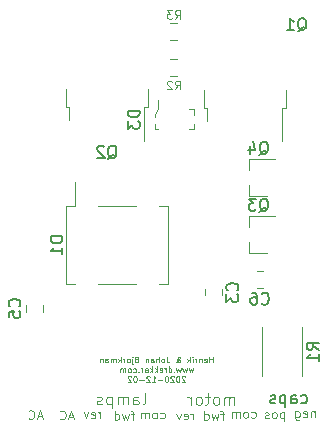
<source format=gbr>
G04 #@! TF.GenerationSoftware,KiCad,Pcbnew,5.1.5+dfsg1-2build2*
G04 #@! TF.CreationDate,2021-04-05T13:49:58+02:00*
G04 #@! TF.ProjectId,transistor_board,7472616e-7369-4737-946f-725f626f6172,rev?*
G04 #@! TF.SameCoordinates,Original*
G04 #@! TF.FileFunction,Legend,Bot*
G04 #@! TF.FilePolarity,Positive*
%FSLAX46Y46*%
G04 Gerber Fmt 4.6, Leading zero omitted, Abs format (unit mm)*
G04 Created by KiCad (PCBNEW 5.1.5+dfsg1-2build2) date 2021-04-05 13:49:58*
%MOMM*%
%LPD*%
G04 APERTURE LIST*
%ADD10C,0.150000*%
%ADD11C,0.100000*%
%ADD12C,0.070000*%
%ADD13C,0.120000*%
G04 APERTURE END LIST*
D10*
X136861428Y-130804761D02*
X136956666Y-130852380D01*
X137147142Y-130852380D01*
X137242380Y-130804761D01*
X137290000Y-130757142D01*
X137337619Y-130661904D01*
X137337619Y-130376190D01*
X137290000Y-130280952D01*
X137242380Y-130233333D01*
X137147142Y-130185714D01*
X136956666Y-130185714D01*
X136861428Y-130233333D01*
X136004285Y-130852380D02*
X136004285Y-130328571D01*
X136051904Y-130233333D01*
X136147142Y-130185714D01*
X136337619Y-130185714D01*
X136432857Y-130233333D01*
X136004285Y-130804761D02*
X136099523Y-130852380D01*
X136337619Y-130852380D01*
X136432857Y-130804761D01*
X136480476Y-130709523D01*
X136480476Y-130614285D01*
X136432857Y-130519047D01*
X136337619Y-130471428D01*
X136099523Y-130471428D01*
X136004285Y-130423809D01*
X135528095Y-130185714D02*
X135528095Y-131185714D01*
X135528095Y-130233333D02*
X135432857Y-130185714D01*
X135242380Y-130185714D01*
X135147142Y-130233333D01*
X135099523Y-130280952D01*
X135051904Y-130376190D01*
X135051904Y-130661904D01*
X135099523Y-130757142D01*
X135147142Y-130804761D01*
X135242380Y-130852380D01*
X135432857Y-130852380D01*
X135528095Y-130804761D01*
X134670952Y-130804761D02*
X134575714Y-130852380D01*
X134385238Y-130852380D01*
X134290000Y-130804761D01*
X134242380Y-130709523D01*
X134242380Y-130661904D01*
X134290000Y-130566666D01*
X134385238Y-130519047D01*
X134528095Y-130519047D01*
X134623333Y-130471428D01*
X134670952Y-130376190D01*
X134670952Y-130328571D01*
X134623333Y-130233333D01*
X134528095Y-130185714D01*
X134385238Y-130185714D01*
X134290000Y-130233333D01*
D11*
X131208571Y-130982380D02*
X131208571Y-130315714D01*
X131208571Y-130410952D02*
X131160952Y-130363333D01*
X131065714Y-130315714D01*
X130922857Y-130315714D01*
X130827619Y-130363333D01*
X130780000Y-130458571D01*
X130780000Y-130982380D01*
X130780000Y-130458571D02*
X130732380Y-130363333D01*
X130637142Y-130315714D01*
X130494285Y-130315714D01*
X130399047Y-130363333D01*
X130351428Y-130458571D01*
X130351428Y-130982380D01*
X129732380Y-130982380D02*
X129827619Y-130934761D01*
X129875238Y-130887142D01*
X129922857Y-130791904D01*
X129922857Y-130506190D01*
X129875238Y-130410952D01*
X129827619Y-130363333D01*
X129732380Y-130315714D01*
X129589523Y-130315714D01*
X129494285Y-130363333D01*
X129446666Y-130410952D01*
X129399047Y-130506190D01*
X129399047Y-130791904D01*
X129446666Y-130887142D01*
X129494285Y-130934761D01*
X129589523Y-130982380D01*
X129732380Y-130982380D01*
X129113333Y-130315714D02*
X128732380Y-130315714D01*
X128970476Y-129982380D02*
X128970476Y-130839523D01*
X128922857Y-130934761D01*
X128827619Y-130982380D01*
X128732380Y-130982380D01*
X128256190Y-130982380D02*
X128351428Y-130934761D01*
X128399047Y-130887142D01*
X128446666Y-130791904D01*
X128446666Y-130506190D01*
X128399047Y-130410952D01*
X128351428Y-130363333D01*
X128256190Y-130315714D01*
X128113333Y-130315714D01*
X128018095Y-130363333D01*
X127970476Y-130410952D01*
X127922857Y-130506190D01*
X127922857Y-130791904D01*
X127970476Y-130887142D01*
X128018095Y-130934761D01*
X128113333Y-130982380D01*
X128256190Y-130982380D01*
X127494285Y-130982380D02*
X127494285Y-130315714D01*
X127494285Y-130506190D02*
X127446666Y-130410952D01*
X127399047Y-130363333D01*
X127303809Y-130315714D01*
X127208571Y-130315714D01*
X122715000Y-131749285D02*
X122429285Y-131749285D01*
X122607857Y-132249285D02*
X122607857Y-131606428D01*
X122572142Y-131535000D01*
X122500714Y-131499285D01*
X122429285Y-131499285D01*
X122250714Y-131749285D02*
X122107857Y-132249285D01*
X121965000Y-131892142D01*
X121822142Y-132249285D01*
X121679285Y-131749285D01*
X121072142Y-132249285D02*
X121072142Y-131499285D01*
X121072142Y-132213571D02*
X121143571Y-132249285D01*
X121286428Y-132249285D01*
X121357857Y-132213571D01*
X121393571Y-132177857D01*
X121429285Y-132106428D01*
X121429285Y-131892142D01*
X121393571Y-131820714D01*
X121357857Y-131785000D01*
X121286428Y-131749285D01*
X121143571Y-131749285D01*
X121072142Y-131785000D01*
X119850714Y-132119285D02*
X119850714Y-131619285D01*
X119850714Y-131762142D02*
X119815000Y-131690714D01*
X119779285Y-131655000D01*
X119707857Y-131619285D01*
X119636428Y-131619285D01*
X119100714Y-132083571D02*
X119172142Y-132119285D01*
X119315000Y-132119285D01*
X119386428Y-132083571D01*
X119422142Y-132012142D01*
X119422142Y-131726428D01*
X119386428Y-131655000D01*
X119315000Y-131619285D01*
X119172142Y-131619285D01*
X119100714Y-131655000D01*
X119065000Y-131726428D01*
X119065000Y-131797857D01*
X119422142Y-131869285D01*
X118815000Y-131619285D02*
X118636428Y-132119285D01*
X118457857Y-131619285D01*
X123457142Y-130962380D02*
X123552380Y-130914761D01*
X123600000Y-130819523D01*
X123600000Y-129962380D01*
X122647619Y-130962380D02*
X122647619Y-130438571D01*
X122695238Y-130343333D01*
X122790476Y-130295714D01*
X122980952Y-130295714D01*
X123076190Y-130343333D01*
X122647619Y-130914761D02*
X122742857Y-130962380D01*
X122980952Y-130962380D01*
X123076190Y-130914761D01*
X123123809Y-130819523D01*
X123123809Y-130724285D01*
X123076190Y-130629047D01*
X122980952Y-130581428D01*
X122742857Y-130581428D01*
X122647619Y-130533809D01*
X122171428Y-130962380D02*
X122171428Y-130295714D01*
X122171428Y-130390952D02*
X122123809Y-130343333D01*
X122028571Y-130295714D01*
X121885714Y-130295714D01*
X121790476Y-130343333D01*
X121742857Y-130438571D01*
X121742857Y-130962380D01*
X121742857Y-130438571D02*
X121695238Y-130343333D01*
X121600000Y-130295714D01*
X121457142Y-130295714D01*
X121361904Y-130343333D01*
X121314285Y-130438571D01*
X121314285Y-130962380D01*
X120838095Y-130295714D02*
X120838095Y-131295714D01*
X120838095Y-130343333D02*
X120742857Y-130295714D01*
X120552380Y-130295714D01*
X120457142Y-130343333D01*
X120409523Y-130390952D01*
X120361904Y-130486190D01*
X120361904Y-130771904D01*
X120409523Y-130867142D01*
X120457142Y-130914761D01*
X120552380Y-130962380D01*
X120742857Y-130962380D01*
X120838095Y-130914761D01*
X119980952Y-130914761D02*
X119885714Y-130962380D01*
X119695238Y-130962380D01*
X119600000Y-130914761D01*
X119552380Y-130819523D01*
X119552380Y-130771904D01*
X119600000Y-130676666D01*
X119695238Y-130629047D01*
X119838095Y-130629047D01*
X119933333Y-130581428D01*
X119980952Y-130486190D01*
X119980952Y-130438571D01*
X119933333Y-130343333D01*
X119838095Y-130295714D01*
X119695238Y-130295714D01*
X119600000Y-130343333D01*
X117553571Y-132015000D02*
X117196428Y-132015000D01*
X117625000Y-132229285D02*
X117375000Y-131479285D01*
X117125000Y-132229285D01*
X116446428Y-132157857D02*
X116482142Y-132193571D01*
X116589285Y-132229285D01*
X116660714Y-132229285D01*
X116767857Y-132193571D01*
X116839285Y-132122142D01*
X116875000Y-132050714D01*
X116910714Y-131907857D01*
X116910714Y-131800714D01*
X116875000Y-131657857D01*
X116839285Y-131586428D01*
X116767857Y-131515000D01*
X116660714Y-131479285D01*
X116589285Y-131479285D01*
X116482142Y-131515000D01*
X116446428Y-131550714D01*
X127690714Y-132229285D02*
X127690714Y-131729285D01*
X127690714Y-131872142D02*
X127655000Y-131800714D01*
X127619285Y-131765000D01*
X127547857Y-131729285D01*
X127476428Y-131729285D01*
X126940714Y-132193571D02*
X127012142Y-132229285D01*
X127155000Y-132229285D01*
X127226428Y-132193571D01*
X127262142Y-132122142D01*
X127262142Y-131836428D01*
X127226428Y-131765000D01*
X127155000Y-131729285D01*
X127012142Y-131729285D01*
X126940714Y-131765000D01*
X126905000Y-131836428D01*
X126905000Y-131907857D01*
X127262142Y-131979285D01*
X126655000Y-131729285D02*
X126476428Y-132229285D01*
X126297857Y-131729285D01*
X130305000Y-131749285D02*
X130019285Y-131749285D01*
X130197857Y-132249285D02*
X130197857Y-131606428D01*
X130162142Y-131535000D01*
X130090714Y-131499285D01*
X130019285Y-131499285D01*
X129840714Y-131749285D02*
X129697857Y-132249285D01*
X129555000Y-131892142D01*
X129412142Y-132249285D01*
X129269285Y-131749285D01*
X128662142Y-132249285D02*
X128662142Y-131499285D01*
X128662142Y-132213571D02*
X128733571Y-132249285D01*
X128876428Y-132249285D01*
X128947857Y-132213571D01*
X128983571Y-132177857D01*
X129019285Y-132106428D01*
X129019285Y-131892142D01*
X128983571Y-131820714D01*
X128947857Y-131785000D01*
X128876428Y-131749285D01*
X128733571Y-131749285D01*
X128662142Y-131785000D01*
X132640714Y-132043571D02*
X132712142Y-132079285D01*
X132855000Y-132079285D01*
X132926428Y-132043571D01*
X132962142Y-132007857D01*
X132997857Y-131936428D01*
X132997857Y-131722142D01*
X132962142Y-131650714D01*
X132926428Y-131615000D01*
X132855000Y-131579285D01*
X132712142Y-131579285D01*
X132640714Y-131615000D01*
X132212142Y-132079285D02*
X132283571Y-132043571D01*
X132319285Y-132007857D01*
X132355000Y-131936428D01*
X132355000Y-131722142D01*
X132319285Y-131650714D01*
X132283571Y-131615000D01*
X132212142Y-131579285D01*
X132105000Y-131579285D01*
X132033571Y-131615000D01*
X131997857Y-131650714D01*
X131962142Y-131722142D01*
X131962142Y-131936428D01*
X131997857Y-132007857D01*
X132033571Y-132043571D01*
X132105000Y-132079285D01*
X132212142Y-132079285D01*
X131640714Y-132079285D02*
X131640714Y-131579285D01*
X131640714Y-131650714D02*
X131605000Y-131615000D01*
X131533571Y-131579285D01*
X131426428Y-131579285D01*
X131355000Y-131615000D01*
X131319285Y-131686428D01*
X131319285Y-132079285D01*
X131319285Y-131686428D02*
X131283571Y-131615000D01*
X131212142Y-131579285D01*
X131105000Y-131579285D01*
X131033571Y-131615000D01*
X130997857Y-131686428D01*
X130997857Y-132079285D01*
X135423571Y-131619285D02*
X135423571Y-132369285D01*
X135423571Y-131655000D02*
X135352142Y-131619285D01*
X135209285Y-131619285D01*
X135137857Y-131655000D01*
X135102142Y-131690714D01*
X135066428Y-131762142D01*
X135066428Y-131976428D01*
X135102142Y-132047857D01*
X135137857Y-132083571D01*
X135209285Y-132119285D01*
X135352142Y-132119285D01*
X135423571Y-132083571D01*
X134637857Y-132119285D02*
X134709285Y-132083571D01*
X134745000Y-132047857D01*
X134780714Y-131976428D01*
X134780714Y-131762142D01*
X134745000Y-131690714D01*
X134709285Y-131655000D01*
X134637857Y-131619285D01*
X134530714Y-131619285D01*
X134459285Y-131655000D01*
X134423571Y-131690714D01*
X134387857Y-131762142D01*
X134387857Y-131976428D01*
X134423571Y-132047857D01*
X134459285Y-132083571D01*
X134530714Y-132119285D01*
X134637857Y-132119285D01*
X134102142Y-132083571D02*
X134030714Y-132119285D01*
X133887857Y-132119285D01*
X133816428Y-132083571D01*
X133780714Y-132012142D01*
X133780714Y-131976428D01*
X133816428Y-131905000D01*
X133887857Y-131869285D01*
X133995000Y-131869285D01*
X134066428Y-131833571D01*
X134102142Y-131762142D01*
X134102142Y-131726428D01*
X134066428Y-131655000D01*
X133995000Y-131619285D01*
X133887857Y-131619285D01*
X133816428Y-131655000D01*
X138011428Y-131539285D02*
X138011428Y-132039285D01*
X138011428Y-131610714D02*
X137975714Y-131575000D01*
X137904285Y-131539285D01*
X137797142Y-131539285D01*
X137725714Y-131575000D01*
X137690000Y-131646428D01*
X137690000Y-132039285D01*
X137047142Y-132003571D02*
X137118571Y-132039285D01*
X137261428Y-132039285D01*
X137332857Y-132003571D01*
X137368571Y-131932142D01*
X137368571Y-131646428D01*
X137332857Y-131575000D01*
X137261428Y-131539285D01*
X137118571Y-131539285D01*
X137047142Y-131575000D01*
X137011428Y-131646428D01*
X137011428Y-131717857D01*
X137368571Y-131789285D01*
X136368571Y-131539285D02*
X136368571Y-132146428D01*
X136404285Y-132217857D01*
X136440000Y-132253571D01*
X136511428Y-132289285D01*
X136618571Y-132289285D01*
X136690000Y-132253571D01*
X136368571Y-132003571D02*
X136440000Y-132039285D01*
X136582857Y-132039285D01*
X136654285Y-132003571D01*
X136690000Y-131967857D01*
X136725714Y-131896428D01*
X136725714Y-131682142D01*
X136690000Y-131610714D01*
X136654285Y-131575000D01*
X136582857Y-131539285D01*
X136440000Y-131539285D01*
X136368571Y-131575000D01*
X124930714Y-132106071D02*
X125002142Y-132141785D01*
X125145000Y-132141785D01*
X125216428Y-132106071D01*
X125252142Y-132070357D01*
X125287857Y-131998928D01*
X125287857Y-131784642D01*
X125252142Y-131713214D01*
X125216428Y-131677500D01*
X125145000Y-131641785D01*
X125002142Y-131641785D01*
X124930714Y-131677500D01*
X124502142Y-132141785D02*
X124573571Y-132106071D01*
X124609285Y-132070357D01*
X124645000Y-131998928D01*
X124645000Y-131784642D01*
X124609285Y-131713214D01*
X124573571Y-131677500D01*
X124502142Y-131641785D01*
X124395000Y-131641785D01*
X124323571Y-131677500D01*
X124287857Y-131713214D01*
X124252142Y-131784642D01*
X124252142Y-131998928D01*
X124287857Y-132070357D01*
X124323571Y-132106071D01*
X124395000Y-132141785D01*
X124502142Y-132141785D01*
X123930714Y-132141785D02*
X123930714Y-131641785D01*
X123930714Y-131713214D02*
X123895000Y-131677500D01*
X123823571Y-131641785D01*
X123716428Y-131641785D01*
X123645000Y-131677500D01*
X123609285Y-131748928D01*
X123609285Y-132141785D01*
X123609285Y-131748928D02*
X123573571Y-131677500D01*
X123502142Y-131641785D01*
X123395000Y-131641785D01*
X123323571Y-131677500D01*
X123287857Y-131748928D01*
X123287857Y-132141785D01*
X114893571Y-131975000D02*
X114536428Y-131975000D01*
X114965000Y-132189285D02*
X114715000Y-131439285D01*
X114465000Y-132189285D01*
X113786428Y-132117857D02*
X113822142Y-132153571D01*
X113929285Y-132189285D01*
X114000714Y-132189285D01*
X114107857Y-132153571D01*
X114179285Y-132082142D01*
X114215000Y-132010714D01*
X114250714Y-131867857D01*
X114250714Y-131760714D01*
X114215000Y-131617857D01*
X114179285Y-131546428D01*
X114107857Y-131475000D01*
X114000714Y-131439285D01*
X113929285Y-131439285D01*
X113822142Y-131475000D01*
X113786428Y-131510714D01*
D12*
X129373809Y-127406190D02*
X129373809Y-126906190D01*
X129373809Y-127144285D02*
X129088095Y-127144285D01*
X129088095Y-127406190D02*
X129088095Y-126906190D01*
X128659523Y-127382380D02*
X128707142Y-127406190D01*
X128802380Y-127406190D01*
X128850000Y-127382380D01*
X128873809Y-127334761D01*
X128873809Y-127144285D01*
X128850000Y-127096666D01*
X128802380Y-127072857D01*
X128707142Y-127072857D01*
X128659523Y-127096666D01*
X128635714Y-127144285D01*
X128635714Y-127191904D01*
X128873809Y-127239523D01*
X128421428Y-127072857D02*
X128421428Y-127406190D01*
X128421428Y-127120476D02*
X128397619Y-127096666D01*
X128350000Y-127072857D01*
X128278571Y-127072857D01*
X128230952Y-127096666D01*
X128207142Y-127144285D01*
X128207142Y-127406190D01*
X127969047Y-127406190D02*
X127969047Y-127072857D01*
X127969047Y-127168095D02*
X127945238Y-127120476D01*
X127921428Y-127096666D01*
X127873809Y-127072857D01*
X127826190Y-127072857D01*
X127659523Y-127406190D02*
X127659523Y-127072857D01*
X127659523Y-126906190D02*
X127683333Y-126930000D01*
X127659523Y-126953809D01*
X127635714Y-126930000D01*
X127659523Y-126906190D01*
X127659523Y-126953809D01*
X127421428Y-127406190D02*
X127421428Y-126906190D01*
X127373809Y-127215714D02*
X127230952Y-127406190D01*
X127230952Y-127072857D02*
X127421428Y-127263333D01*
X126230952Y-127406190D02*
X126254761Y-127406190D01*
X126302380Y-127382380D01*
X126373809Y-127310952D01*
X126492857Y-127168095D01*
X126540476Y-127096666D01*
X126564285Y-127025238D01*
X126564285Y-126977619D01*
X126540476Y-126930000D01*
X126492857Y-126906190D01*
X126469047Y-126906190D01*
X126421428Y-126930000D01*
X126397619Y-126977619D01*
X126397619Y-127001428D01*
X126421428Y-127049047D01*
X126445238Y-127072857D01*
X126588095Y-127168095D01*
X126611904Y-127191904D01*
X126635714Y-127239523D01*
X126635714Y-127310952D01*
X126611904Y-127358571D01*
X126588095Y-127382380D01*
X126540476Y-127406190D01*
X126469047Y-127406190D01*
X126421428Y-127382380D01*
X126397619Y-127358571D01*
X126326190Y-127263333D01*
X126302380Y-127191904D01*
X126302380Y-127144285D01*
X125492857Y-126906190D02*
X125492857Y-127263333D01*
X125516666Y-127334761D01*
X125564285Y-127382380D01*
X125635714Y-127406190D01*
X125683333Y-127406190D01*
X125183333Y-127406190D02*
X125230952Y-127382380D01*
X125254761Y-127358571D01*
X125278571Y-127310952D01*
X125278571Y-127168095D01*
X125254761Y-127120476D01*
X125230952Y-127096666D01*
X125183333Y-127072857D01*
X125111904Y-127072857D01*
X125064285Y-127096666D01*
X125040476Y-127120476D01*
X125016666Y-127168095D01*
X125016666Y-127310952D01*
X125040476Y-127358571D01*
X125064285Y-127382380D01*
X125111904Y-127406190D01*
X125183333Y-127406190D01*
X124802380Y-127406190D02*
X124802380Y-126906190D01*
X124588095Y-127406190D02*
X124588095Y-127144285D01*
X124611904Y-127096666D01*
X124659523Y-127072857D01*
X124730952Y-127072857D01*
X124778571Y-127096666D01*
X124802380Y-127120476D01*
X124135714Y-127406190D02*
X124135714Y-127144285D01*
X124159523Y-127096666D01*
X124207142Y-127072857D01*
X124302380Y-127072857D01*
X124350000Y-127096666D01*
X124135714Y-127382380D02*
X124183333Y-127406190D01*
X124302380Y-127406190D01*
X124350000Y-127382380D01*
X124373809Y-127334761D01*
X124373809Y-127287142D01*
X124350000Y-127239523D01*
X124302380Y-127215714D01*
X124183333Y-127215714D01*
X124135714Y-127191904D01*
X123897619Y-127072857D02*
X123897619Y-127406190D01*
X123897619Y-127120476D02*
X123873809Y-127096666D01*
X123826190Y-127072857D01*
X123754761Y-127072857D01*
X123707142Y-127096666D01*
X123683333Y-127144285D01*
X123683333Y-127406190D01*
X122897619Y-127144285D02*
X122826190Y-127168095D01*
X122802380Y-127191904D01*
X122778571Y-127239523D01*
X122778571Y-127310952D01*
X122802380Y-127358571D01*
X122826190Y-127382380D01*
X122873809Y-127406190D01*
X123064285Y-127406190D01*
X123064285Y-126906190D01*
X122897619Y-126906190D01*
X122850000Y-126930000D01*
X122826190Y-126953809D01*
X122802380Y-127001428D01*
X122802380Y-127049047D01*
X122826190Y-127096666D01*
X122850000Y-127120476D01*
X122897619Y-127144285D01*
X123064285Y-127144285D01*
X122564285Y-127072857D02*
X122564285Y-127501428D01*
X122588095Y-127549047D01*
X122635714Y-127572857D01*
X122659523Y-127572857D01*
X122564285Y-126906190D02*
X122588095Y-126930000D01*
X122564285Y-126953809D01*
X122540476Y-126930000D01*
X122564285Y-126906190D01*
X122564285Y-126953809D01*
X122254761Y-127406190D02*
X122302380Y-127382380D01*
X122326190Y-127358571D01*
X122350000Y-127310952D01*
X122350000Y-127168095D01*
X122326190Y-127120476D01*
X122302380Y-127096666D01*
X122254761Y-127072857D01*
X122183333Y-127072857D01*
X122135714Y-127096666D01*
X122111904Y-127120476D01*
X122088095Y-127168095D01*
X122088095Y-127310952D01*
X122111904Y-127358571D01*
X122135714Y-127382380D01*
X122183333Y-127406190D01*
X122254761Y-127406190D01*
X121873809Y-127406190D02*
X121873809Y-127072857D01*
X121873809Y-127168095D02*
X121850000Y-127120476D01*
X121826190Y-127096666D01*
X121778571Y-127072857D01*
X121730952Y-127072857D01*
X121564285Y-127406190D02*
X121564285Y-126906190D01*
X121516666Y-127215714D02*
X121373809Y-127406190D01*
X121373809Y-127072857D02*
X121564285Y-127263333D01*
X121159523Y-127406190D02*
X121159523Y-127072857D01*
X121159523Y-127120476D02*
X121135714Y-127096666D01*
X121088095Y-127072857D01*
X121016666Y-127072857D01*
X120969047Y-127096666D01*
X120945238Y-127144285D01*
X120945238Y-127406190D01*
X120945238Y-127144285D02*
X120921428Y-127096666D01*
X120873809Y-127072857D01*
X120802380Y-127072857D01*
X120754761Y-127096666D01*
X120730952Y-127144285D01*
X120730952Y-127406190D01*
X120278571Y-127406190D02*
X120278571Y-127144285D01*
X120302380Y-127096666D01*
X120350000Y-127072857D01*
X120445238Y-127072857D01*
X120492857Y-127096666D01*
X120278571Y-127382380D02*
X120326190Y-127406190D01*
X120445238Y-127406190D01*
X120492857Y-127382380D01*
X120516666Y-127334761D01*
X120516666Y-127287142D01*
X120492857Y-127239523D01*
X120445238Y-127215714D01*
X120326190Y-127215714D01*
X120278571Y-127191904D01*
X120040476Y-127072857D02*
X120040476Y-127406190D01*
X120040476Y-127120476D02*
X120016666Y-127096666D01*
X119969047Y-127072857D01*
X119897619Y-127072857D01*
X119850000Y-127096666D01*
X119826190Y-127144285D01*
X119826190Y-127406190D01*
X127707142Y-127892857D02*
X127611904Y-128226190D01*
X127516666Y-127988095D01*
X127421428Y-128226190D01*
X127326190Y-127892857D01*
X127183333Y-127892857D02*
X127088095Y-128226190D01*
X126992857Y-127988095D01*
X126897619Y-128226190D01*
X126802380Y-127892857D01*
X126659523Y-127892857D02*
X126564285Y-128226190D01*
X126469047Y-127988095D01*
X126373809Y-128226190D01*
X126278571Y-127892857D01*
X126088095Y-128178571D02*
X126064285Y-128202380D01*
X126088095Y-128226190D01*
X126111904Y-128202380D01*
X126088095Y-128178571D01*
X126088095Y-128226190D01*
X125635714Y-128226190D02*
X125635714Y-127726190D01*
X125635714Y-128202380D02*
X125683333Y-128226190D01*
X125778571Y-128226190D01*
X125826190Y-128202380D01*
X125850000Y-128178571D01*
X125873809Y-128130952D01*
X125873809Y-127988095D01*
X125850000Y-127940476D01*
X125826190Y-127916666D01*
X125778571Y-127892857D01*
X125683333Y-127892857D01*
X125635714Y-127916666D01*
X125397619Y-128226190D02*
X125397619Y-127892857D01*
X125397619Y-127988095D02*
X125373809Y-127940476D01*
X125350000Y-127916666D01*
X125302380Y-127892857D01*
X125254761Y-127892857D01*
X124897619Y-128202380D02*
X124945238Y-128226190D01*
X125040476Y-128226190D01*
X125088095Y-128202380D01*
X125111904Y-128154761D01*
X125111904Y-127964285D01*
X125088095Y-127916666D01*
X125040476Y-127892857D01*
X124945238Y-127892857D01*
X124897619Y-127916666D01*
X124873809Y-127964285D01*
X124873809Y-128011904D01*
X125111904Y-128059523D01*
X124659523Y-128226190D02*
X124659523Y-127726190D01*
X124611904Y-128035714D02*
X124469047Y-128226190D01*
X124469047Y-127892857D02*
X124659523Y-128083333D01*
X124254761Y-128226190D02*
X124254761Y-127726190D01*
X124207142Y-128035714D02*
X124064285Y-128226190D01*
X124064285Y-127892857D02*
X124254761Y-128083333D01*
X123635714Y-128226190D02*
X123635714Y-127964285D01*
X123659523Y-127916666D01*
X123707142Y-127892857D01*
X123802380Y-127892857D01*
X123850000Y-127916666D01*
X123635714Y-128202380D02*
X123683333Y-128226190D01*
X123802380Y-128226190D01*
X123850000Y-128202380D01*
X123873809Y-128154761D01*
X123873809Y-128107142D01*
X123850000Y-128059523D01*
X123802380Y-128035714D01*
X123683333Y-128035714D01*
X123635714Y-128011904D01*
X123397619Y-128226190D02*
X123397619Y-127892857D01*
X123397619Y-127988095D02*
X123373809Y-127940476D01*
X123350000Y-127916666D01*
X123302380Y-127892857D01*
X123254761Y-127892857D01*
X123088095Y-128178571D02*
X123064285Y-128202380D01*
X123088095Y-128226190D01*
X123111904Y-128202380D01*
X123088095Y-128178571D01*
X123088095Y-128226190D01*
X122635714Y-128202380D02*
X122683333Y-128226190D01*
X122778571Y-128226190D01*
X122826190Y-128202380D01*
X122850000Y-128178571D01*
X122873809Y-128130952D01*
X122873809Y-127988095D01*
X122850000Y-127940476D01*
X122826190Y-127916666D01*
X122778571Y-127892857D01*
X122683333Y-127892857D01*
X122635714Y-127916666D01*
X122350000Y-128226190D02*
X122397619Y-128202380D01*
X122421428Y-128178571D01*
X122445238Y-128130952D01*
X122445238Y-127988095D01*
X122421428Y-127940476D01*
X122397619Y-127916666D01*
X122350000Y-127892857D01*
X122278571Y-127892857D01*
X122230952Y-127916666D01*
X122207142Y-127940476D01*
X122183333Y-127988095D01*
X122183333Y-128130952D01*
X122207142Y-128178571D01*
X122230952Y-128202380D01*
X122278571Y-128226190D01*
X122350000Y-128226190D01*
X121969047Y-128226190D02*
X121969047Y-127892857D01*
X121969047Y-127940476D02*
X121945238Y-127916666D01*
X121897619Y-127892857D01*
X121826190Y-127892857D01*
X121778571Y-127916666D01*
X121754761Y-127964285D01*
X121754761Y-128226190D01*
X121754761Y-127964285D02*
X121730952Y-127916666D01*
X121683333Y-127892857D01*
X121611904Y-127892857D01*
X121564285Y-127916666D01*
X121540476Y-127964285D01*
X121540476Y-128226190D01*
X127028571Y-128593809D02*
X127004761Y-128570000D01*
X126957142Y-128546190D01*
X126838095Y-128546190D01*
X126790476Y-128570000D01*
X126766666Y-128593809D01*
X126742857Y-128641428D01*
X126742857Y-128689047D01*
X126766666Y-128760476D01*
X127052380Y-129046190D01*
X126742857Y-129046190D01*
X126433333Y-128546190D02*
X126385714Y-128546190D01*
X126338095Y-128570000D01*
X126314285Y-128593809D01*
X126290476Y-128641428D01*
X126266666Y-128736666D01*
X126266666Y-128855714D01*
X126290476Y-128950952D01*
X126314285Y-128998571D01*
X126338095Y-129022380D01*
X126385714Y-129046190D01*
X126433333Y-129046190D01*
X126480952Y-129022380D01*
X126504761Y-128998571D01*
X126528571Y-128950952D01*
X126552380Y-128855714D01*
X126552380Y-128736666D01*
X126528571Y-128641428D01*
X126504761Y-128593809D01*
X126480952Y-128570000D01*
X126433333Y-128546190D01*
X126076190Y-128593809D02*
X126052380Y-128570000D01*
X126004761Y-128546190D01*
X125885714Y-128546190D01*
X125838095Y-128570000D01*
X125814285Y-128593809D01*
X125790476Y-128641428D01*
X125790476Y-128689047D01*
X125814285Y-128760476D01*
X126100000Y-129046190D01*
X125790476Y-129046190D01*
X125480952Y-128546190D02*
X125433333Y-128546190D01*
X125385714Y-128570000D01*
X125361904Y-128593809D01*
X125338095Y-128641428D01*
X125314285Y-128736666D01*
X125314285Y-128855714D01*
X125338095Y-128950952D01*
X125361904Y-128998571D01*
X125385714Y-129022380D01*
X125433333Y-129046190D01*
X125480952Y-129046190D01*
X125528571Y-129022380D01*
X125552380Y-128998571D01*
X125576190Y-128950952D01*
X125600000Y-128855714D01*
X125600000Y-128736666D01*
X125576190Y-128641428D01*
X125552380Y-128593809D01*
X125528571Y-128570000D01*
X125480952Y-128546190D01*
X125100000Y-128855714D02*
X124719047Y-128855714D01*
X124219047Y-129046190D02*
X124504761Y-129046190D01*
X124361904Y-129046190D02*
X124361904Y-128546190D01*
X124409523Y-128617619D01*
X124457142Y-128665238D01*
X124504761Y-128689047D01*
X124028571Y-128593809D02*
X124004761Y-128570000D01*
X123957142Y-128546190D01*
X123838095Y-128546190D01*
X123790476Y-128570000D01*
X123766666Y-128593809D01*
X123742857Y-128641428D01*
X123742857Y-128689047D01*
X123766666Y-128760476D01*
X124052380Y-129046190D01*
X123742857Y-129046190D01*
X123528571Y-128855714D02*
X123147619Y-128855714D01*
X122814285Y-128546190D02*
X122766666Y-128546190D01*
X122719047Y-128570000D01*
X122695238Y-128593809D01*
X122671428Y-128641428D01*
X122647619Y-128736666D01*
X122647619Y-128855714D01*
X122671428Y-128950952D01*
X122695238Y-128998571D01*
X122719047Y-129022380D01*
X122766666Y-129046190D01*
X122814285Y-129046190D01*
X122861904Y-129022380D01*
X122885714Y-128998571D01*
X122909523Y-128950952D01*
X122933333Y-128855714D01*
X122933333Y-128736666D01*
X122909523Y-128641428D01*
X122885714Y-128593809D01*
X122861904Y-128570000D01*
X122814285Y-128546190D01*
X122457142Y-128593809D02*
X122433333Y-128570000D01*
X122385714Y-128546190D01*
X122266666Y-128546190D01*
X122219047Y-128570000D01*
X122195238Y-128593809D01*
X122171428Y-128641428D01*
X122171428Y-128689047D01*
X122195238Y-128760476D01*
X122480952Y-129046190D01*
X122171428Y-129046190D01*
D13*
X117216000Y-105784500D02*
X117216000Y-106884500D01*
X116946000Y-105784500D02*
X117216000Y-105784500D01*
X116946000Y-104284500D02*
X116946000Y-105784500D01*
X123576000Y-105784500D02*
X123576000Y-108614500D01*
X123846000Y-105784500D02*
X123576000Y-105784500D01*
X123846000Y-104284500D02*
X123846000Y-105784500D01*
X128900000Y-105848000D02*
X128900000Y-106948000D01*
X128630000Y-105848000D02*
X128900000Y-105848000D01*
X128630000Y-104348000D02*
X128630000Y-105848000D01*
X135260000Y-105848000D02*
X135260000Y-108678000D01*
X135530000Y-105848000D02*
X135260000Y-105848000D01*
X135530000Y-104348000D02*
X135530000Y-105848000D01*
X133545000Y-128544064D02*
X133545000Y-124439936D01*
X136965000Y-128544064D02*
X136965000Y-124439936D01*
X132463000Y-113340000D02*
X133923000Y-113340000D01*
X132463000Y-110180000D02*
X134623000Y-110180000D01*
X132463000Y-110180000D02*
X132463000Y-111110000D01*
X132463000Y-113340000D02*
X132463000Y-112410000D01*
X132463000Y-118166000D02*
X133923000Y-118166000D01*
X132463000Y-115006000D02*
X134623000Y-115006000D01*
X132463000Y-115006000D02*
X132463000Y-115936000D01*
X132463000Y-118166000D02*
X132463000Y-117236000D01*
D11*
X124450000Y-107625000D02*
X124750000Y-107625000D01*
X124450000Y-107250000D02*
X124450000Y-107625000D01*
X127750000Y-107625000D02*
X127750000Y-107175000D01*
X127450000Y-107625000D02*
X127750000Y-107625000D01*
X127525000Y-107625000D02*
X127400000Y-107625000D01*
X127750000Y-105975000D02*
X127400000Y-105975000D01*
X127750000Y-106450000D02*
X127750000Y-105975000D01*
X124775000Y-105975000D02*
X124775000Y-105200000D01*
X124725000Y-105975000D02*
X124775000Y-105975000D01*
X124450000Y-106350000D02*
X124725000Y-105975000D01*
X124450000Y-106625000D02*
X124450000Y-106350000D01*
D13*
X116985000Y-114175000D02*
X116985000Y-120775000D01*
X119685000Y-120775000D02*
X122885000Y-120775000D01*
X119685000Y-114175000D02*
X122885000Y-114175000D01*
X125585000Y-120775000D02*
X124785000Y-120775000D01*
X125585000Y-114175000D02*
X125585000Y-120775000D01*
X124785000Y-114175000D02*
X125585000Y-114175000D01*
X116967000Y-114173000D02*
X117729000Y-114173000D01*
X117729000Y-114173000D02*
X117729000Y-112141000D01*
X117729000Y-112141000D02*
X117729000Y-112141000D01*
X117729000Y-120777000D02*
X116967000Y-120777000D01*
X116967000Y-120777000D02*
X116967000Y-120777000D01*
X133088748Y-119686000D02*
X133611252Y-119686000D01*
X133088748Y-121106000D02*
X133611252Y-121106000D01*
X115000000Y-122568748D02*
X115000000Y-123091252D01*
X113580000Y-122568748D02*
X113580000Y-123091252D01*
X128720000Y-121731252D02*
X128720000Y-121208748D01*
X130140000Y-121731252D02*
X130140000Y-121208748D01*
X125788922Y-98667500D02*
X126306078Y-98667500D01*
X125788922Y-100087500D02*
X126306078Y-100087500D01*
X126306078Y-103135500D02*
X125788922Y-103135500D01*
X126306078Y-101715500D02*
X125788922Y-101715500D01*
D10*
X120491238Y-110148619D02*
X120586476Y-110101000D01*
X120681714Y-110005761D01*
X120824571Y-109862904D01*
X120919809Y-109815285D01*
X121015047Y-109815285D01*
X120967428Y-110053380D02*
X121062666Y-110005761D01*
X121157904Y-109910523D01*
X121205523Y-109720047D01*
X121205523Y-109386714D01*
X121157904Y-109196238D01*
X121062666Y-109101000D01*
X120967428Y-109053380D01*
X120776952Y-109053380D01*
X120681714Y-109101000D01*
X120586476Y-109196238D01*
X120538857Y-109386714D01*
X120538857Y-109720047D01*
X120586476Y-109910523D01*
X120681714Y-110005761D01*
X120776952Y-110053380D01*
X120967428Y-110053380D01*
X120157904Y-109148619D02*
X120110285Y-109101000D01*
X120015047Y-109053380D01*
X119776952Y-109053380D01*
X119681714Y-109101000D01*
X119634095Y-109148619D01*
X119586476Y-109243857D01*
X119586476Y-109339095D01*
X119634095Y-109481952D01*
X120205523Y-110053380D01*
X119586476Y-110053380D01*
X136556738Y-99353619D02*
X136651976Y-99306000D01*
X136747214Y-99210761D01*
X136890071Y-99067904D01*
X136985309Y-99020285D01*
X137080547Y-99020285D01*
X137032928Y-99258380D02*
X137128166Y-99210761D01*
X137223404Y-99115523D01*
X137271023Y-98925047D01*
X137271023Y-98591714D01*
X137223404Y-98401238D01*
X137128166Y-98306000D01*
X137032928Y-98258380D01*
X136842452Y-98258380D01*
X136747214Y-98306000D01*
X136651976Y-98401238D01*
X136604357Y-98591714D01*
X136604357Y-98925047D01*
X136651976Y-99115523D01*
X136747214Y-99210761D01*
X136842452Y-99258380D01*
X137032928Y-99258380D01*
X135651976Y-99258380D02*
X136223404Y-99258380D01*
X135937690Y-99258380D02*
X135937690Y-98258380D01*
X136032928Y-98401238D01*
X136128166Y-98496476D01*
X136223404Y-98544095D01*
X138327380Y-126325333D02*
X137851190Y-125992000D01*
X138327380Y-125753904D02*
X137327380Y-125753904D01*
X137327380Y-126134857D01*
X137375000Y-126230095D01*
X137422619Y-126277714D01*
X137517857Y-126325333D01*
X137660714Y-126325333D01*
X137755952Y-126277714D01*
X137803571Y-126230095D01*
X137851190Y-126134857D01*
X137851190Y-125753904D01*
X138327380Y-127277714D02*
X138327380Y-126706285D01*
X138327380Y-126992000D02*
X137327380Y-126992000D01*
X137470238Y-126896761D01*
X137565476Y-126801523D01*
X137613095Y-126706285D01*
X133318238Y-109807619D02*
X133413476Y-109760000D01*
X133508714Y-109664761D01*
X133651571Y-109521904D01*
X133746809Y-109474285D01*
X133842047Y-109474285D01*
X133794428Y-109712380D02*
X133889666Y-109664761D01*
X133984904Y-109569523D01*
X134032523Y-109379047D01*
X134032523Y-109045714D01*
X133984904Y-108855238D01*
X133889666Y-108760000D01*
X133794428Y-108712380D01*
X133603952Y-108712380D01*
X133508714Y-108760000D01*
X133413476Y-108855238D01*
X133365857Y-109045714D01*
X133365857Y-109379047D01*
X133413476Y-109569523D01*
X133508714Y-109664761D01*
X133603952Y-109712380D01*
X133794428Y-109712380D01*
X132508714Y-109045714D02*
X132508714Y-109712380D01*
X132746809Y-108664761D02*
X132984904Y-109379047D01*
X132365857Y-109379047D01*
X133318238Y-114633619D02*
X133413476Y-114586000D01*
X133508714Y-114490761D01*
X133651571Y-114347904D01*
X133746809Y-114300285D01*
X133842047Y-114300285D01*
X133794428Y-114538380D02*
X133889666Y-114490761D01*
X133984904Y-114395523D01*
X134032523Y-114205047D01*
X134032523Y-113871714D01*
X133984904Y-113681238D01*
X133889666Y-113586000D01*
X133794428Y-113538380D01*
X133603952Y-113538380D01*
X133508714Y-113586000D01*
X133413476Y-113681238D01*
X133365857Y-113871714D01*
X133365857Y-114205047D01*
X133413476Y-114395523D01*
X133508714Y-114490761D01*
X133603952Y-114538380D01*
X133794428Y-114538380D01*
X133032523Y-113538380D02*
X132413476Y-113538380D01*
X132746809Y-113919333D01*
X132603952Y-113919333D01*
X132508714Y-113966952D01*
X132461095Y-114014571D01*
X132413476Y-114109809D01*
X132413476Y-114347904D01*
X132461095Y-114443142D01*
X132508714Y-114490761D01*
X132603952Y-114538380D01*
X132889666Y-114538380D01*
X132984904Y-114490761D01*
X133032523Y-114443142D01*
X123177380Y-106086904D02*
X122177380Y-106086904D01*
X122177380Y-106325000D01*
X122225000Y-106467857D01*
X122320238Y-106563095D01*
X122415476Y-106610714D01*
X122605952Y-106658333D01*
X122748809Y-106658333D01*
X122939285Y-106610714D01*
X123034523Y-106563095D01*
X123129761Y-106467857D01*
X123177380Y-106325000D01*
X123177380Y-106086904D01*
X122177380Y-106991666D02*
X122177380Y-107610714D01*
X122558333Y-107277380D01*
X122558333Y-107420238D01*
X122605952Y-107515476D01*
X122653571Y-107563095D01*
X122748809Y-107610714D01*
X122986904Y-107610714D01*
X123082142Y-107563095D01*
X123129761Y-107515476D01*
X123177380Y-107420238D01*
X123177380Y-107134523D01*
X123129761Y-107039285D01*
X123082142Y-106991666D01*
X116637380Y-116736904D02*
X115637380Y-116736904D01*
X115637380Y-116975000D01*
X115685000Y-117117857D01*
X115780238Y-117213095D01*
X115875476Y-117260714D01*
X116065952Y-117308333D01*
X116208809Y-117308333D01*
X116399285Y-117260714D01*
X116494523Y-117213095D01*
X116589761Y-117117857D01*
X116637380Y-116975000D01*
X116637380Y-116736904D01*
X116637380Y-118260714D02*
X116637380Y-117689285D01*
X116637380Y-117975000D02*
X115637380Y-117975000D01*
X115780238Y-117879761D01*
X115875476Y-117784523D01*
X115923095Y-117689285D01*
X133516666Y-122403142D02*
X133564285Y-122450761D01*
X133707142Y-122498380D01*
X133802380Y-122498380D01*
X133945238Y-122450761D01*
X134040476Y-122355523D01*
X134088095Y-122260285D01*
X134135714Y-122069809D01*
X134135714Y-121926952D01*
X134088095Y-121736476D01*
X134040476Y-121641238D01*
X133945238Y-121546000D01*
X133802380Y-121498380D01*
X133707142Y-121498380D01*
X133564285Y-121546000D01*
X133516666Y-121593619D01*
X132659523Y-121498380D02*
X132850000Y-121498380D01*
X132945238Y-121546000D01*
X132992857Y-121593619D01*
X133088095Y-121736476D01*
X133135714Y-121926952D01*
X133135714Y-122307904D01*
X133088095Y-122403142D01*
X133040476Y-122450761D01*
X132945238Y-122498380D01*
X132754761Y-122498380D01*
X132659523Y-122450761D01*
X132611904Y-122403142D01*
X132564285Y-122307904D01*
X132564285Y-122069809D01*
X132611904Y-121974571D01*
X132659523Y-121926952D01*
X132754761Y-121879333D01*
X132945238Y-121879333D01*
X133040476Y-121926952D01*
X133088095Y-121974571D01*
X133135714Y-122069809D01*
X112997142Y-122663333D02*
X113044761Y-122615714D01*
X113092380Y-122472857D01*
X113092380Y-122377619D01*
X113044761Y-122234761D01*
X112949523Y-122139523D01*
X112854285Y-122091904D01*
X112663809Y-122044285D01*
X112520952Y-122044285D01*
X112330476Y-122091904D01*
X112235238Y-122139523D01*
X112140000Y-122234761D01*
X112092380Y-122377619D01*
X112092380Y-122472857D01*
X112140000Y-122615714D01*
X112187619Y-122663333D01*
X112092380Y-123568095D02*
X112092380Y-123091904D01*
X112568571Y-123044285D01*
X112520952Y-123091904D01*
X112473333Y-123187142D01*
X112473333Y-123425238D01*
X112520952Y-123520476D01*
X112568571Y-123568095D01*
X112663809Y-123615714D01*
X112901904Y-123615714D01*
X112997142Y-123568095D01*
X113044761Y-123520476D01*
X113092380Y-123425238D01*
X113092380Y-123187142D01*
X113044761Y-123091904D01*
X112997142Y-123044285D01*
X131437142Y-121303333D02*
X131484761Y-121255714D01*
X131532380Y-121112857D01*
X131532380Y-121017619D01*
X131484761Y-120874761D01*
X131389523Y-120779523D01*
X131294285Y-120731904D01*
X131103809Y-120684285D01*
X130960952Y-120684285D01*
X130770476Y-120731904D01*
X130675238Y-120779523D01*
X130580000Y-120874761D01*
X130532380Y-121017619D01*
X130532380Y-121112857D01*
X130580000Y-121255714D01*
X130627619Y-121303333D01*
X130532380Y-121636666D02*
X130532380Y-122255714D01*
X130913333Y-121922380D01*
X130913333Y-122065238D01*
X130960952Y-122160476D01*
X131008571Y-122208095D01*
X131103809Y-122255714D01*
X131341904Y-122255714D01*
X131437142Y-122208095D01*
X131484761Y-122160476D01*
X131532380Y-122065238D01*
X131532380Y-121779523D01*
X131484761Y-121684285D01*
X131437142Y-121636666D01*
D11*
X126164166Y-98297166D02*
X126397500Y-97963833D01*
X126564166Y-98297166D02*
X126564166Y-97597166D01*
X126297500Y-97597166D01*
X126230833Y-97630500D01*
X126197500Y-97663833D01*
X126164166Y-97730500D01*
X126164166Y-97830500D01*
X126197500Y-97897166D01*
X126230833Y-97930500D01*
X126297500Y-97963833D01*
X126564166Y-97963833D01*
X125930833Y-97597166D02*
X125497500Y-97597166D01*
X125730833Y-97863833D01*
X125630833Y-97863833D01*
X125564166Y-97897166D01*
X125530833Y-97930500D01*
X125497500Y-97997166D01*
X125497500Y-98163833D01*
X125530833Y-98230500D01*
X125564166Y-98263833D01*
X125630833Y-98297166D01*
X125830833Y-98297166D01*
X125897500Y-98263833D01*
X125930833Y-98230500D01*
X126164166Y-104266166D02*
X126397500Y-103932833D01*
X126564166Y-104266166D02*
X126564166Y-103566166D01*
X126297500Y-103566166D01*
X126230833Y-103599500D01*
X126197500Y-103632833D01*
X126164166Y-103699500D01*
X126164166Y-103799500D01*
X126197500Y-103866166D01*
X126230833Y-103899500D01*
X126297500Y-103932833D01*
X126564166Y-103932833D01*
X125897500Y-103632833D02*
X125864166Y-103599500D01*
X125797500Y-103566166D01*
X125630833Y-103566166D01*
X125564166Y-103599500D01*
X125530833Y-103632833D01*
X125497500Y-103699500D01*
X125497500Y-103766166D01*
X125530833Y-103866166D01*
X125930833Y-104266166D01*
X125497500Y-104266166D01*
M02*

</source>
